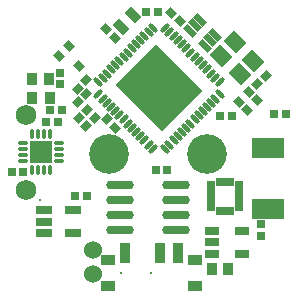
<source format=gts>
%FSLAX24Y24*%
%MOIN*%
G70*
G01*
G75*
G04 Layer_Color=8388736*
G04:AMPARAMS|DCode=10|XSize=23.6mil|YSize=43.3mil|CornerRadius=0mil|HoleSize=0mil|Usage=FLASHONLY|Rotation=225.000|XOffset=0mil|YOffset=0mil|HoleType=Round|Shape=Rectangle|*
%AMROTATEDRECTD10*
4,1,4,-0.0070,0.0237,0.0237,-0.0070,0.0070,-0.0237,-0.0237,0.0070,-0.0070,0.0237,0.0*
%
%ADD10ROTATEDRECTD10*%

G04:AMPARAMS|DCode=11|XSize=55.1mil|YSize=45.3mil|CornerRadius=0mil|HoleSize=0mil|Usage=FLASHONLY|Rotation=135.000|XOffset=0mil|YOffset=0mil|HoleType=Round|Shape=Rectangle|*
%AMROTATEDRECTD11*
4,1,4,0.0355,-0.0035,0.0035,-0.0355,-0.0355,0.0035,-0.0035,0.0355,0.0355,-0.0035,0.0*
%
%ADD11ROTATEDRECTD11*%

%ADD12R,0.0236X0.0197*%
%ADD13R,0.0197X0.0236*%
%ADD14R,0.0276X0.0354*%
G04:AMPARAMS|DCode=15|XSize=19.7mil|YSize=23.6mil|CornerRadius=0mil|HoleSize=0mil|Usage=FLASHONLY|Rotation=315.000|XOffset=0mil|YOffset=0mil|HoleType=Round|Shape=Rectangle|*
%AMROTATEDRECTD15*
4,1,4,-0.0153,-0.0014,0.0014,0.0153,0.0153,0.0014,-0.0014,-0.0153,-0.0153,-0.0014,0.0*
%
%ADD15ROTATEDRECTD15*%

G04:AMPARAMS|DCode=16|XSize=22mil|YSize=25.5mil|CornerRadius=0mil|HoleSize=0mil|Usage=FLASHONLY|Rotation=225.000|XOffset=0mil|YOffset=0mil|HoleType=Round|Shape=Rectangle|*
%AMROTATEDRECTD16*
4,1,4,-0.0012,0.0168,0.0168,-0.0012,0.0012,-0.0168,-0.0168,0.0012,-0.0012,0.0168,0.0*
%
%ADD16ROTATEDRECTD16*%

G04:AMPARAMS|DCode=17|XSize=19.7mil|YSize=23.6mil|CornerRadius=0mil|HoleSize=0mil|Usage=FLASHONLY|Rotation=45.000|XOffset=0mil|YOffset=0mil|HoleType=Round|Shape=Rectangle|*
%AMROTATEDRECTD17*
4,1,4,0.0014,-0.0153,-0.0153,0.0014,-0.0014,0.0153,0.0153,-0.0014,0.0014,-0.0153,0.0*
%
%ADD17ROTATEDRECTD17*%

G04:AMPARAMS|DCode=18|XSize=9.8mil|YSize=31.5mil|CornerRadius=0mil|HoleSize=0mil|Usage=FLASHONLY|Rotation=135.000|XOffset=0mil|YOffset=0mil|HoleType=Round|Shape=Round|*
%AMOVALD18*
21,1,0.0217,0.0098,0.0000,0.0000,225.0*
1,1,0.0098,0.0077,0.0077*
1,1,0.0098,-0.0077,-0.0077*
%
%ADD18OVALD18*%

G04:AMPARAMS|DCode=19|XSize=9.8mil|YSize=31.5mil|CornerRadius=0mil|HoleSize=0mil|Usage=FLASHONLY|Rotation=45.000|XOffset=0mil|YOffset=0mil|HoleType=Round|Shape=Round|*
%AMOVALD19*
21,1,0.0217,0.0098,0.0000,0.0000,135.0*
1,1,0.0098,0.0077,-0.0077*
1,1,0.0098,-0.0077,0.0077*
%
%ADD19OVALD19*%

G04:AMPARAMS|DCode=20|XSize=185mil|YSize=212.6mil|CornerRadius=0mil|HoleSize=0mil|Usage=FLASHONLY|Rotation=45.000|XOffset=0mil|YOffset=0mil|HoleType=Round|Shape=Rectangle|*
%AMROTATEDRECTD20*
4,1,4,0.0097,-0.1406,-0.1406,0.0097,-0.0097,0.1406,0.1406,-0.0097,0.0097,-0.1406,0.0*
%
%ADD20ROTATEDRECTD20*%

%ADD21R,0.0394X0.0217*%
%ADD22R,0.0315X0.0354*%
%ADD23R,0.0512X0.0217*%
%ADD24R,0.0276X0.0591*%
%ADD25R,0.0394X0.0315*%
%ADD26R,0.0136X0.0201*%
%ADD27R,0.0201X0.0136*%
G04:AMPARAMS|DCode=28|XSize=13.8mil|YSize=39.4mil|CornerRadius=0mil|HoleSize=0mil|Usage=FLASHONLY|Rotation=45.000|XOffset=0mil|YOffset=0mil|HoleType=Round|Shape=Rectangle|*
%AMROTATEDRECTD28*
4,1,4,0.0090,-0.0188,-0.0188,0.0090,-0.0090,0.0188,0.0188,-0.0090,0.0090,-0.0188,0.0*
%
%ADD28ROTATEDRECTD28*%

%ADD29O,0.0256X0.0098*%
%ADD30O,0.0098X0.0256*%
%ADD31R,0.0709X0.0709*%
%ADD32O,0.0866X0.0236*%
%ADD33R,0.1024X0.0591*%
%ADD34R,0.0157X0.0157*%
%ADD35C,0.0120*%
%ADD36C,0.0080*%
%ADD37C,0.0060*%
%ADD38C,0.0100*%
%ADD39C,0.1260*%
%ADD40C,0.0630*%
%ADD41C,0.0160*%
%ADD42C,0.0500*%
%ADD43C,0.0180*%
%ADD44C,0.0320*%
%ADD45C,0.0200*%
%ADD46C,0.0260*%
%ADD47C,0.0220*%
%ADD48R,0.0335X0.0157*%
%ADD49R,0.0157X0.0335*%
G04:AMPARAMS|DCode=50|XSize=35.4mil|YSize=31.5mil|CornerRadius=0mil|HoleSize=0mil|Usage=FLASHONLY|Rotation=135.000|XOffset=0mil|YOffset=0mil|HoleType=Round|Shape=Rectangle|*
%AMROTATEDRECTD50*
4,1,4,0.0237,-0.0014,0.0014,-0.0237,-0.0237,0.0014,-0.0014,0.0237,0.0237,-0.0014,0.0*
%
%ADD50ROTATEDRECTD50*%

%ADD51R,0.0220X0.0255*%
%ADD52O,0.0276X0.0098*%
%ADD53O,0.0098X0.0276*%
%ADD54R,0.0118X0.0193*%
%ADD55R,0.0118X0.0209*%
%ADD56R,0.0591X0.0236*%
G04:AMPARAMS|DCode=57|XSize=31.5mil|YSize=66.9mil|CornerRadius=0mil|HoleSize=0mil|Usage=FLASHONLY|Rotation=225.000|XOffset=0mil|YOffset=0mil|HoleType=Round|Shape=Rectangle|*
%AMROTATEDRECTD57*
4,1,4,-0.0125,0.0348,0.0348,-0.0125,0.0125,-0.0348,-0.0348,0.0125,-0.0125,0.0348,0.0*
%
%ADD57ROTATEDRECTD57*%

%ADD58R,0.0551X0.0630*%
%ADD59R,0.0630X0.0748*%
%ADD60R,0.0532X0.0157*%
G04:AMPARAMS|DCode=61|XSize=15.4mil|YSize=36.2mil|CornerRadius=0mil|HoleSize=0mil|Usage=FLASHONLY|Rotation=45.000|XOffset=0mil|YOffset=0mil|HoleType=Round|Shape=Rectangle|*
%AMROTATEDRECTD61*
4,1,4,0.0074,-0.0182,-0.0182,0.0074,-0.0074,0.0182,0.0182,-0.0074,0.0074,-0.0182,0.0*
%
%ADD61ROTATEDRECTD61*%

%ADD62C,0.0098*%
%ADD63C,0.0236*%
%ADD64C,0.0039*%
%ADD65C,0.0079*%
%ADD66C,0.0050*%
G04:AMPARAMS|DCode=67|XSize=14.8mil|YSize=17.7mil|CornerRadius=0mil|HoleSize=0mil|Usage=FLASHONLY|Rotation=45.000|XOffset=0mil|YOffset=0mil|HoleType=Round|Shape=Rectangle|*
%AMROTATEDRECTD67*
4,1,4,0.0010,-0.0115,-0.0115,0.0010,-0.0010,0.0115,0.0115,-0.0010,0.0010,-0.0115,0.0*
%
%ADD67ROTATEDRECTD67*%

%ADD68R,0.0551X0.0433*%
G04:AMPARAMS|DCode=69|XSize=29.6mil|YSize=49.3mil|CornerRadius=0mil|HoleSize=0mil|Usage=FLASHONLY|Rotation=225.000|XOffset=0mil|YOffset=0mil|HoleType=Round|Shape=Rectangle|*
%AMROTATEDRECTD69*
4,1,4,-0.0070,0.0279,0.0279,-0.0070,0.0070,-0.0279,-0.0279,0.0070,-0.0070,0.0279,0.0*
%
%ADD69ROTATEDRECTD69*%

G04:AMPARAMS|DCode=70|XSize=61.1mil|YSize=51.3mil|CornerRadius=0mil|HoleSize=0mil|Usage=FLASHONLY|Rotation=135.000|XOffset=0mil|YOffset=0mil|HoleType=Round|Shape=Rectangle|*
%AMROTATEDRECTD70*
4,1,4,0.0397,-0.0035,0.0035,-0.0397,-0.0397,0.0035,-0.0035,0.0397,0.0397,-0.0035,0.0*
%
%ADD70ROTATEDRECTD70*%

%ADD71R,0.0296X0.0257*%
%ADD72R,0.0257X0.0296*%
%ADD73R,0.0336X0.0414*%
G04:AMPARAMS|DCode=74|XSize=25.7mil|YSize=29.6mil|CornerRadius=0mil|HoleSize=0mil|Usage=FLASHONLY|Rotation=315.000|XOffset=0mil|YOffset=0mil|HoleType=Round|Shape=Rectangle|*
%AMROTATEDRECTD74*
4,1,4,-0.0196,-0.0014,0.0014,0.0196,0.0196,0.0014,-0.0014,-0.0196,-0.0196,-0.0014,0.0*
%
%ADD74ROTATEDRECTD74*%

G04:AMPARAMS|DCode=75|XSize=28mil|YSize=31.5mil|CornerRadius=0mil|HoleSize=0mil|Usage=FLASHONLY|Rotation=225.000|XOffset=0mil|YOffset=0mil|HoleType=Round|Shape=Rectangle|*
%AMROTATEDRECTD75*
4,1,4,-0.0012,0.0210,0.0210,-0.0012,0.0012,-0.0210,-0.0210,0.0012,-0.0012,0.0210,0.0*
%
%ADD75ROTATEDRECTD75*%

G04:AMPARAMS|DCode=76|XSize=25.7mil|YSize=29.6mil|CornerRadius=0mil|HoleSize=0mil|Usage=FLASHONLY|Rotation=45.000|XOffset=0mil|YOffset=0mil|HoleType=Round|Shape=Rectangle|*
%AMROTATEDRECTD76*
4,1,4,0.0014,-0.0196,-0.0196,0.0014,-0.0014,0.0196,0.0196,-0.0014,0.0014,-0.0196,0.0*
%
%ADD76ROTATEDRECTD76*%

G04:AMPARAMS|DCode=77|XSize=15.8mil|YSize=37.5mil|CornerRadius=0mil|HoleSize=0mil|Usage=FLASHONLY|Rotation=135.000|XOffset=0mil|YOffset=0mil|HoleType=Round|Shape=Round|*
%AMOVALD77*
21,1,0.0217,0.0158,0.0000,0.0000,225.0*
1,1,0.0158,0.0077,0.0077*
1,1,0.0158,-0.0077,-0.0077*
%
%ADD77OVALD77*%

G04:AMPARAMS|DCode=78|XSize=15.8mil|YSize=37.5mil|CornerRadius=0mil|HoleSize=0mil|Usage=FLASHONLY|Rotation=45.000|XOffset=0mil|YOffset=0mil|HoleType=Round|Shape=Round|*
%AMOVALD78*
21,1,0.0217,0.0158,0.0000,0.0000,135.0*
1,1,0.0158,0.0077,-0.0077*
1,1,0.0158,-0.0077,0.0077*
%
%ADD78OVALD78*%

G04:AMPARAMS|DCode=79|XSize=191mil|YSize=218.6mil|CornerRadius=0mil|HoleSize=0mil|Usage=FLASHONLY|Rotation=45.000|XOffset=0mil|YOffset=0mil|HoleType=Round|Shape=Rectangle|*
%AMROTATEDRECTD79*
4,1,4,0.0097,-0.1448,-0.1448,0.0097,-0.0097,0.1448,0.1448,-0.0097,0.0097,-0.1448,0.0*
%
%ADD79ROTATEDRECTD79*%

%ADD80R,0.0454X0.0277*%
%ADD81R,0.0375X0.0414*%
%ADD82R,0.0572X0.0277*%
%ADD83R,0.0336X0.0651*%
%ADD84R,0.0454X0.0375*%
%ADD85R,0.0215X0.0280*%
%ADD86R,0.0280X0.0215*%
G04:AMPARAMS|DCode=87|XSize=19.8mil|YSize=45.4mil|CornerRadius=0mil|HoleSize=0mil|Usage=FLASHONLY|Rotation=45.000|XOffset=0mil|YOffset=0mil|HoleType=Round|Shape=Rectangle|*
%AMROTATEDRECTD87*
4,1,4,0.0090,-0.0230,-0.0230,0.0090,-0.0090,0.0230,0.0230,-0.0090,0.0090,-0.0230,0.0*
%
%ADD87ROTATEDRECTD87*%

%ADD88O,0.0316X0.0158*%
%ADD89O,0.0158X0.0316*%
%ADD90R,0.0769X0.0769*%
%ADD91O,0.0926X0.0296*%
%ADD92R,0.1084X0.0651*%
%ADD93C,0.1320*%
%ADD94C,0.0060*%
%ADD95C,0.0690*%
%ADD96C,0.0600*%
%ADD97C,0.0120*%
%ADD98C,0.0020*%
D69*
X3985Y9195D02*
D03*
X4375Y9585D02*
D03*
D70*
X8379Y8066D02*
D03*
X7766Y8679D02*
D03*
X7321Y8234D02*
D03*
X7934Y7621D02*
D03*
D71*
X1613Y6420D02*
D03*
X2007D02*
D03*
X9083Y6280D02*
D03*
X9477D02*
D03*
X4813Y9680D02*
D03*
X5207D02*
D03*
X1493Y6010D02*
D03*
X1887D02*
D03*
X333Y4350D02*
D03*
X727D02*
D03*
X2453Y3550D02*
D03*
X2847D02*
D03*
X5133Y4420D02*
D03*
X5527Y4420D02*
D03*
X7273Y6230D02*
D03*
X7667D02*
D03*
D72*
X1960Y7667D02*
D03*
Y7273D02*
D03*
X8650Y2213D02*
D03*
Y2607D02*
D03*
D73*
X1005Y7440D02*
D03*
X1595D02*
D03*
X1015Y6830D02*
D03*
X1605D02*
D03*
D74*
X2551Y7131D02*
D03*
X2829Y7409D02*
D03*
X3501Y6109D02*
D03*
X3099Y6169D02*
D03*
X2821Y5891D02*
D03*
X2819Y6959D02*
D03*
X2541Y6681D02*
D03*
X2849Y6429D02*
D03*
X2571Y6151D02*
D03*
X8531Y7291D02*
D03*
X8809Y7569D02*
D03*
D75*
X2254Y8553D02*
D03*
X1907Y8206D02*
D03*
X2579Y7881D02*
D03*
D76*
X3769Y8831D02*
D03*
X3491Y9109D02*
D03*
X3779Y5831D02*
D03*
X7911Y6689D02*
D03*
X8189Y6411D02*
D03*
X8251Y7019D02*
D03*
X8529Y6741D02*
D03*
X5939Y9391D02*
D03*
X5661Y9669D02*
D03*
D77*
X3232Y6941D02*
D03*
X3371Y6802D02*
D03*
X3510Y6663D02*
D03*
X3649Y6524D02*
D03*
X3788Y6384D02*
D03*
X3928Y6245D02*
D03*
X4067Y6106D02*
D03*
X4206Y5967D02*
D03*
X4345Y5828D02*
D03*
X4484Y5688D02*
D03*
X4624Y5549D02*
D03*
X4763Y5410D02*
D03*
X4902Y5271D02*
D03*
X5041Y5132D02*
D03*
X7268Y7359D02*
D03*
X7129Y7498D02*
D03*
X6990Y7637D02*
D03*
X6851Y7776D02*
D03*
X6712Y7916D02*
D03*
X6572Y8055D02*
D03*
X6433Y8194D02*
D03*
X6294Y8333D02*
D03*
X6155Y8472D02*
D03*
X6016Y8612D02*
D03*
X5876Y8751D02*
D03*
X5737Y8890D02*
D03*
X5598Y9029D02*
D03*
X5459Y9168D02*
D03*
D78*
Y5132D02*
D03*
X5598Y5271D02*
D03*
X5737Y5410D02*
D03*
X5876Y5549D02*
D03*
X6016Y5688D02*
D03*
X6155Y5828D02*
D03*
X6294Y5967D02*
D03*
X6433Y6106D02*
D03*
X6572Y6245D02*
D03*
X6712Y6384D02*
D03*
X6851Y6524D02*
D03*
X6990Y6663D02*
D03*
X7129Y6802D02*
D03*
X7268Y6941D02*
D03*
X5041Y9168D02*
D03*
X4902Y9029D02*
D03*
X4763Y8890D02*
D03*
X4624Y8751D02*
D03*
X4484Y8612D02*
D03*
X4345Y8472D02*
D03*
X4206Y8333D02*
D03*
X4067Y8194D02*
D03*
X3928Y8055D02*
D03*
X3788Y7916D02*
D03*
X3649Y7776D02*
D03*
X3510Y7637D02*
D03*
X3371Y7498D02*
D03*
X3232Y7359D02*
D03*
D79*
X5250Y7150D02*
D03*
D80*
X8002Y2384D02*
D03*
Y1636D02*
D03*
X7018D02*
D03*
Y2010D02*
D03*
Y2384D02*
D03*
D81*
X7004Y1110D02*
D03*
X7556D02*
D03*
D82*
X2392Y3074D02*
D03*
Y2326D02*
D03*
X1408D02*
D03*
Y2700D02*
D03*
Y3074D02*
D03*
D83*
X5886Y1669D02*
D03*
X5295Y1669D02*
D03*
X4114Y1669D02*
D03*
D84*
X3563Y1413D02*
D03*
X6437D02*
D03*
Y547D02*
D03*
X3563D02*
D03*
D85*
X7647Y3068D02*
D03*
X7450D02*
D03*
X7253D02*
D03*
Y4032D02*
D03*
X7450D02*
D03*
X7647D02*
D03*
D86*
X6968Y3156D02*
D03*
Y3353D02*
D03*
Y3550D02*
D03*
Y3747D02*
D03*
Y3944D02*
D03*
X7932D02*
D03*
Y3747D02*
D03*
Y3550D02*
D03*
Y3353D02*
D03*
Y3156D02*
D03*
D87*
X6630Y9431D02*
D03*
X6449Y9251D02*
D03*
X6269Y9070D02*
D03*
X6770Y8569D02*
D03*
X6951Y8749D02*
D03*
X7132Y8930D02*
D03*
D88*
X710Y5325D02*
D03*
Y5128D02*
D03*
Y4932D02*
D03*
Y4735D02*
D03*
X1910D02*
D03*
Y4932D02*
D03*
Y5128D02*
D03*
Y5325D02*
D03*
D89*
X1015Y4430D02*
D03*
X1212D02*
D03*
X1408D02*
D03*
X1605D02*
D03*
Y5630D02*
D03*
X1408D02*
D03*
X1212D02*
D03*
X1015D02*
D03*
D90*
X1310Y5030D02*
D03*
D91*
X3935Y3910D02*
D03*
Y3410D02*
D03*
Y2910D02*
D03*
Y2410D02*
D03*
X5825Y3910D02*
D03*
Y3410D02*
D03*
Y2910D02*
D03*
Y2410D02*
D03*
D92*
X8872Y5164D02*
D03*
Y3137D02*
D03*
D93*
X3566Y4950D02*
D03*
X6834D02*
D03*
D94*
X5591Y980D02*
D03*
X4409Y980D02*
D03*
D95*
X800Y3750D02*
D03*
Y6250D02*
D03*
D96*
X3040Y1770D02*
D03*
Y950D02*
D03*
D97*
X4970Y1000D02*
D03*
X3970D02*
D03*
X1270Y3430D02*
D03*
D98*
X6902Y5942D02*
D03*
X6870Y9180D02*
D03*
M02*

</source>
